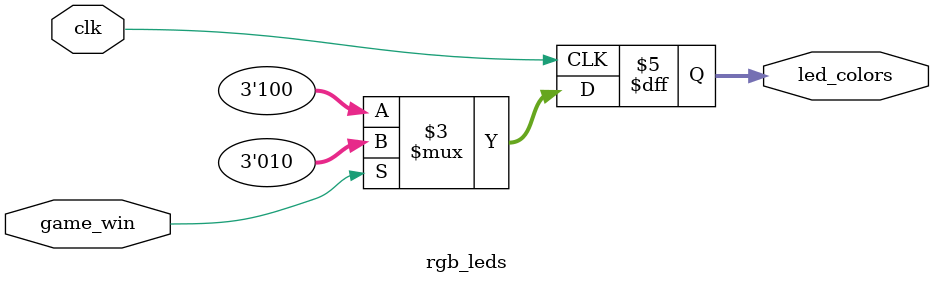
<source format=v>
`timescale 1ns / 1ps


module rgb_leds(
            input clk,
            input game_win,
            output reg [2:0] led_colors
    );
    
always@(posedge clk)
    if(game_win)
        led_colors <= 3'b010;
    else 
        led_colors <= 3'b100;

endmodule

</source>
